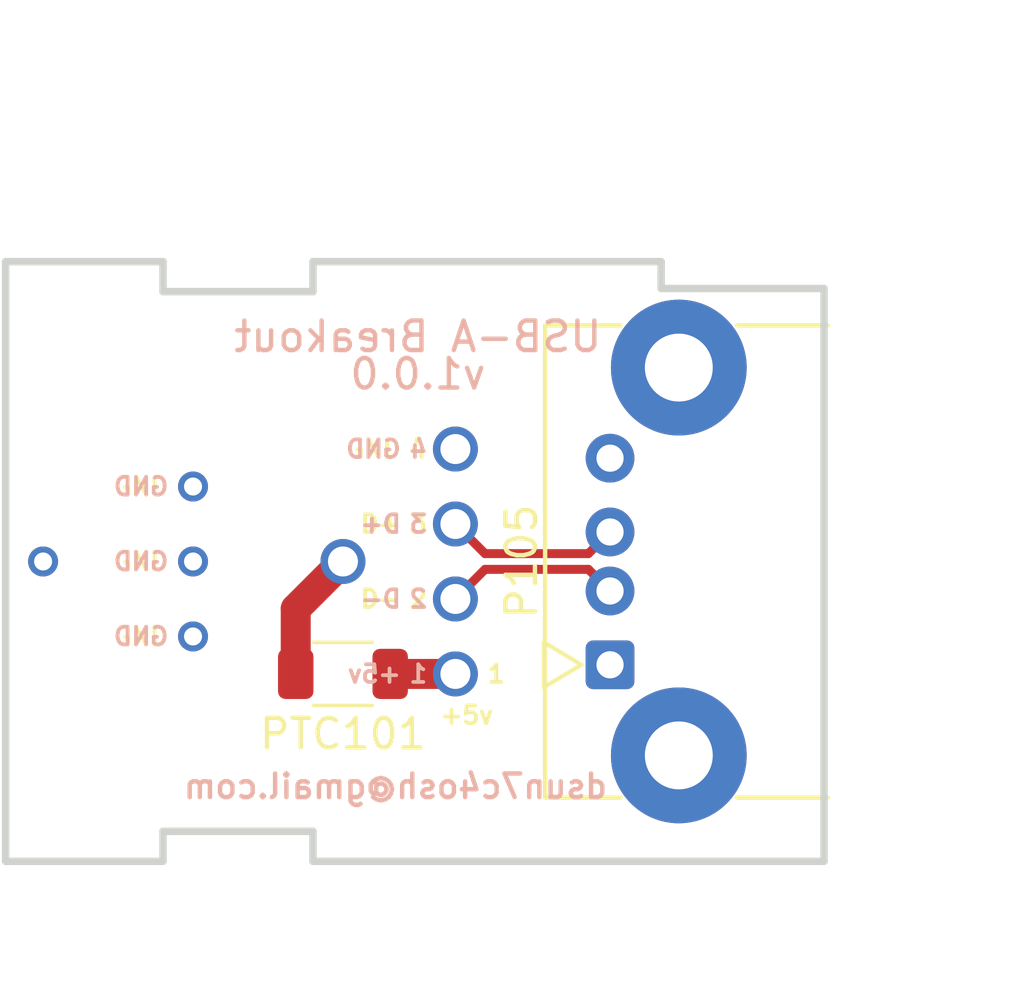
<source format=kicad_pcb>
(kicad_pcb (version 20240108) (generator "pcbnew") (generator_version "8.0")
  (title_block (title "USB-A panel mount breakout") (date "2018-04-23") (rev "v1.0.0"))
  (layers (0 "F.Cu" signal) (1 "In1.Cu" power) (2 "In2.Cu" power) (31 "B.Cu" signal) (34 "B.Paste" user) (35 "F.Paste" user) (36 "B.SilkS" user "B.Silkscreen") (37 "F.SilkS" user "F.Silkscreen") (38 "B.Mask" user) (39 "F.Mask" user) (44 "Edge.Cuts" user))
  (net 0 "")
  (net 1 "GND")
  (net 2 "/D-")
  (net 3 "/D+")
  (net 4 "VCC")
  (net 5 "/+5v")
  (footprint "Local:MountingHole_125mil" (layer "F.Cu") (at 132.08 95.25)
    (property "Reference" "REF**" (hide yes))
    (property "Value" "MountingHole_125mil" (hide yes))
    (pad "" np_thru_hole circle (at 0 0) (size 3.175 3.175) (drill 3.175) (layers "*.Cu" "*.Mask") (clearance 0.508))
  )
  (footprint "Local:MountingHole_125mil" (layer "F.Cu") (at 132.08 107.95)
    (property "Reference" "REF**" (hide yes))
    (property "Value" "MountingHole_125mil" (hide yes))
    (pad "" np_thru_hole circle (at 0 0) (size 3.175 3.175) (drill 3.175) (layers "*.Cu" "*.Mask") (clearance 0.508))
  )
  (footprint "Local:usb-a-pm" (layer "F.Cu") (at 158.75 101.6 90)
    (property "Reference" "P105" (at 0 -13 90) (layer "F.SilkS"))
    (property "Value" "USB_A")
    (fp_line (start -4.262 -12.24) (end -2.738 -12.24) (stroke (width 0.15)) (layer "F.SilkS"))
    (fp_line (start -4.262 -12.24) (end -3.5 -10.97) (stroke (width 0.15)) (layer "F.SilkS"))
    (fp_line (start 8 -12.2) (end 8 -9.65) (stroke (width 0.15)) (layer "F.SilkS"))
    (fp_line (start -8 -12.2) (end 8 -12.2) (stroke (width 0.15)) (layer "F.SilkS"))
    (fp_line (start -3.5 -10.97) (end -2.738 -12.24) (stroke (width 0.15)) (layer "F.SilkS"))
    (fp_line (start -8 -9.65) (end -8 -12.2) (stroke (width 0.15)) (layer "F.SilkS"))
    (fp_line (start 8 -5.69) (end 8 -2.624) (stroke (width 0.15)) (layer "F.SilkS"))
    (fp_line (start -8 -2.624) (end -8 -5.69) (stroke (width 0.15)) (layer "F.SilkS"))
    (pad "1" thru_hole roundrect (at -3.5 -10 90) (size 1.651 1.651) (drill 0.92) (layers "*.Cu" "*.Mask") (roundrect_rratio 0.1514233798) (net 4 "VCC"))
    (pad "2" thru_hole circle (at -1 -10 90) (size 1.651 1.651) (drill 0.92) (layers "*.Cu" "*.Mask") (net 2 "/D-"))
    (pad "3" thru_hole circle (at 1 -10 90) (size 1.651 1.651) (drill 0.92) (layers "*.Cu" "*.Mask") (net 3 "/D+"))
    (pad "4" thru_hole circle (at 3.5 -10 90) (size 1.651 1.651) (drill 0.92) (layers "*.Cu" "*.Mask") (net 1 "GND"))
    (pad "5" thru_hole circle (at -6.57 -7.67 90) (size 4.6 4.6) (drill 2.3) (layers "*.Cu" "*.Mask") (net 1 "GND"))
    (pad "5" thru_hole circle (at 6.57 -7.67 90) (size 4.6 4.6) (drill 2.3) (layers "*.Cu" "*.Mask") (net 1 "GND"))
  )
  (footprint "Local:Stitching_Via_40x24mil" (layer "F.Cu") (at 129.54 101.6)
    (property "Reference" "REF**" (hide yes))
    (property "Value" "Stitching_Via_40x24mil" (hide yes))
    (pad "~" thru_hole circle (at 0 0) (size 1.016 1.016) (drill 0.6096) (layers "*.Cu" "*.Mask") (net 1 "GND"))
  )
  (footprint "Local:Stitching_Via_40x24mil" (layer "F.Cu") (at 134.62 101.6)
    (property "Reference" "REF**" (hide yes))
    (property "Value" "Stitching_Via_40x24mil" (hide yes))
    (pad "~" thru_hole circle (at 0 0) (size 1.016 1.016) (drill 0.6096) (layers "*.Cu" "*.Mask") (net 1 "GND"))
  )
  (footprint "Local:Stitching_Via_40x24mil" (layer "F.Cu") (at 134.62 99.06)
    (property "Reference" "REF**" (hide yes))
    (property "Value" "Stitching_Via_40x24mil" (hide yes))
    (pad "~" thru_hole circle (at 0 0) (size 1.016 1.016) (drill 0.6096) (layers "*.Cu" "*.Mask") (net 1 "GND"))
  )
  (footprint "Local:Stitching_Via_40x24mil" (layer "F.Cu") (at 134.62 104.14)
    (property "Reference" "REF**" (hide yes))
    (property "Value" "Stitching_Via_40x24mil" (hide yes))
    (pad "~" thru_hole circle (at 0 0) (size 1.016 1.016) (drill 0.6096) (layers "*.Cu" "*.Mask") (net 1 "GND"))
  )
  (footprint "Local:wire_60x40mil" (layer "F.Cu") (at 143.51 105.41)
    (property "Reference" "P101" (hide yes))
    (property "Value" "CONN_01X01")
    (pad "1" thru_hole circle (at 0 0) (size 1.524 1.524) (drill 1.016) (layers "*.Cu" "*.Mask") (net 5 "/+5v"))
  )
  (footprint "Local:wire_60x40mil" (layer "F.Cu") (at 143.51 102.87)
    (property "Reference" "P102" (hide yes))
    (property "Value" "CONN_01X01")
    (pad "1" thru_hole circle (at 0 0) (size 1.524 1.524) (drill 1.016) (layers "*.Cu" "*.Mask") (net 2 "/D-"))
  )
  (footprint "Local:wire_60x40mil" (layer "F.Cu") (at 143.51 100.33)
    (property "Reference" "P103" (hide yes))
    (property "Value" "CONN_01X01")
    (pad "1" thru_hole circle (at 0 0) (size 1.524 1.524) (drill 1.016) (layers "*.Cu" "*.Mask") (net 3 "/D+"))
  )
  (footprint "Local:wire_60x40mil" (layer "F.Cu") (at 143.51 97.79)
    (property "Reference" "P104" (hide yes))
    (property "Value" "CONN_01X01")
    (pad "1" thru_hole circle (at 0 0) (size 1.524 1.524) (drill 1.016) (layers "*.Cu" "*.Mask") (net 1 "GND"))
  )
  (footprint "Local:R_1206_HandSoldering" (layer "F.Cu") (at 139.7 105.41)
    (property "Reference" "PTC101" (at 0 2.032 0) (layer "F.SilkS"))
    (property "Value" "750mA")
    (fp_line (start -1 -1.07) (end 1 -1.07) (stroke (width 0.12)) (layer "F.SilkS"))
    (fp_line (start 1 1.07) (end -1 1.07) (stroke (width 0.12)) (layer "F.SilkS"))
    (pad "1" smd roundrect (at -1.6 0) (size 1.2 1.7) (layers "F.Cu" "F.Paste" "F.Mask") (roundrect_rratio 0.2083333333) (net 4 "VCC"))
    (pad "2" smd roundrect (at 1.6 0) (size 1.2 1.7) (layers "F.Cu" "F.Paste" "F.Mask") (roundrect_rratio 0.2083333333) (net 5 "/+5v"))
  )
  (gr_line (start 133.604 91.44) (end 128.27 91.44) (stroke (width 0.254)) (layer "Edge.Cuts"))
  (gr_line (start 138.684 92.456) (end 138.684 91.44) (stroke (width 0.254)) (layer "Edge.Cuts"))
  (gr_line (start 133.604 111.76) (end 133.604 110.744) (stroke (width 0.254)) (layer "Edge.Cuts"))
  (gr_line (start 133.604 111.76) (end 128.27 111.76) (stroke (width 0.254)) (layer "Edge.Cuts"))
  (gr_line (start 156 111.76) (end 138.684 111.76) (stroke (width 0.254)) (layer "Edge.Cuts"))
  (gr_line (start 156 92.35) (end 156 111.76) (stroke (width 0.254)) (layer "Edge.Cuts"))
  (gr_line (start 138.684 91.44) (end 150.48 91.44) (stroke (width 0.254)) (layer "Edge.Cuts"))
  (gr_line (start 150.48 91.44) (end 150.48 92.35) (stroke (width 0.254)) (layer "Edge.Cuts"))
  (gr_line (start 138.684 110.744) (end 138.684 111.76) (stroke (width 0.254)) (layer "Edge.Cuts"))
  (gr_line (start 128.27 111.76) (end 128.27 91.44) (stroke (width 0.254)) (layer "Edge.Cuts"))
  (gr_line (start 133.604 91.44) (end 133.604 92.456) (stroke (width 0.254)) (layer "Edge.Cuts"))
  (gr_line (start 150.48 92.35) (end 156 92.35) (stroke (width 0.254)) (layer "Edge.Cuts"))
  (gr_line (start 133.604 110.744) (end 138.684 110.744) (stroke (width 0.254)) (layer "Edge.Cuts"))
  (gr_line (start 133.604 92.456) (end 138.684 92.456) (stroke (width 0.254)) (layer "Edge.Cuts"))
  (gr_text "v1.0.0" (at 142.24 95.25 0) (layer "B.SilkS") (effects (font (size 1 1)) (justify mirror)))
  (gr_text "USB-A Breakout" (at 142.24 93.98 0) (layer "B.SilkS") (effects (font (size 1 1)) (justify mirror)))
  (gr_text "GND" (at 133.858 104.14 0) (layer "B.SilkS") (effects (font (size 0.6 0.6) (thickness 0.127)) (justify left mirror)))
  (gr_text "GND" (at 133.858 101.6 0) (layer "B.SilkS") (effects (font (size 0.6 0.6) (thickness 0.127)) (justify left mirror)))
  (gr_text "GND" (at 133.858 99.06 0) (layer "B.SilkS") (effects (font (size 0.6 0.6) (thickness 0.127)) (justify left mirror)))
  (gr_text "4" (at 142.621 97.79 0) (layer "B.SilkS") (effects (font (size 0.6 0.6) (thickness 0.127)) (justify left mirror)))
  (gr_text "3" (at 142.621 100.33 0) (layer "B.SilkS") (effects (font (size 0.6 0.6) (thickness 0.127)) (justify left mirror)))
  (gr_text "2" (at 142.621 102.87 0) (layer "B.SilkS") (effects (font (size 0.6 0.6) (thickness 0.127)) (justify left mirror)))
  (gr_text "D-" (at 141.732 102.87 0) (layer "B.SilkS") (effects (font (size 0.6 0.6) (thickness 0.127)) (justify left mirror)))
  (gr_text "D+" (at 141.732 100.33 0) (layer "B.SilkS") (effects (font (size 0.6 0.6) (thickness 0.127)) (justify left mirror)))
  (gr_text "GND" (at 141.732 97.79 0) (layer "B.SilkS") (effects (font (size 0.6 0.6) (thickness 0.127)) (justify left mirror)))
  (gr_text "1" (at 142.621 105.41 0) (layer "B.SilkS") (effects (font (size 0.6 0.6) (thickness 0.127)) (justify left mirror)))
  (gr_text "+5v" (at 141.732 105.41 0) (layer "B.SilkS") (effects (font (size 0.6 0.6) (thickness 0.127)) (justify left mirror)))
  (gr_text "dsun7c4osh@gmail.com" (at 141.478 109.22 0) (layer "B.SilkS") (effects (font (size 0.8 0.8)) (justify mirror)))
  (gr_text "GND" (at 133.858 99.06 0) (layer "F.SilkS") (effects (font (size 0.6 0.6) (thickness 0.127)) (justify right)))
  (gr_text "GND" (at 133.858 101.6 0) (layer "F.SilkS") (effects (font (size 0.6 0.6) (thickness 0.127)) (justify right)))
  (gr_text "GND" (at 133.858 104.14 0) (layer "F.SilkS") (effects (font (size 0.6 0.6) (thickness 0.127)) (justify right)))
  (gr_text "GND" (at 141.732 97.79 0) (layer "F.SilkS") (effects (font (size 0.6 0.6) (thickness 0.127)) (justify right)))
  (gr_text "1" (at 144.526 105.41 0) (layer "F.SilkS") (effects (font (size 0.6 0.6) (thickness 0.127)) (justify left)))
  (gr_text "2" (at 142.621 102.87 0) (layer "F.SilkS") (effects (font (size 0.6 0.6) (thickness 0.127)) (justify right)))
  (gr_text "3" (at 142.621 100.33 0) (layer "F.SilkS") (effects (font (size 0.6 0.6) (thickness 0.127)) (justify right)))
  (gr_text "4" (at 142.621 97.79 0) (layer "F.SilkS") (effects (font (size 0.6 0.6) (thickness 0.127)) (justify right)))
  (gr_text "D+" (at 141.732 100.33 0) (layer "F.SilkS") (effects (font (size 0.6 0.6) (thickness 0.127)) (justify right)))
  (gr_text "D-" (at 141.732 102.87 0) (layer "F.SilkS") (effects (font (size 0.6 0.6) (thickness 0.127)) (justify right)))
  (gr_text "+5v" (at 143.891 106.807 0) (layer "F.SilkS") (effects (font (size 0.6 0.6) (thickness 0.127))))
  (segment (start 148.016699 101.866699) (end 144.513301 101.866699) (width 0.3048) (layer "F.Cu") (net 2))
  (segment (start 144.513301 101.866699) (end 143.51 102.87) (width 0.3048) (layer "F.Cu") (net 2))
  (segment (start 148.75 102.6) (end 148.016699 101.866699) (width 0.3048) (layer "F.Cu") (net 2))
  (segment (start 148.75 100.6) (end 148.016699 101.333301) (width 0.3048) (layer "F.Cu") (net 3))
  (segment (start 148.016699 101.333301) (end 144.513301 101.333301) (width 0.3048) (layer "F.Cu") (net 3))
  (segment (start 144.513301 101.333301) (end 143.51 100.33) (width 0.3048) (layer "F.Cu") (net 3))
  (segment (start 138.1 103.2) (end 139.7 101.6) (width 1.016) (layer "F.Cu") (net 4))
  (segment (start 138.1 103.2) (end 138.1 105.41) (width 1.016) (layer "F.Cu") (net 4))
  (via (at 139.7 101.6) (size 1.524) (drill 1.016) (layers "F.Cu" "B.Cu") (net 4))
  (segment (start 141.3 105.41) (end 143.51 105.41) (width 1.016) (layer "F.Cu") (net 5))
)
</source>
